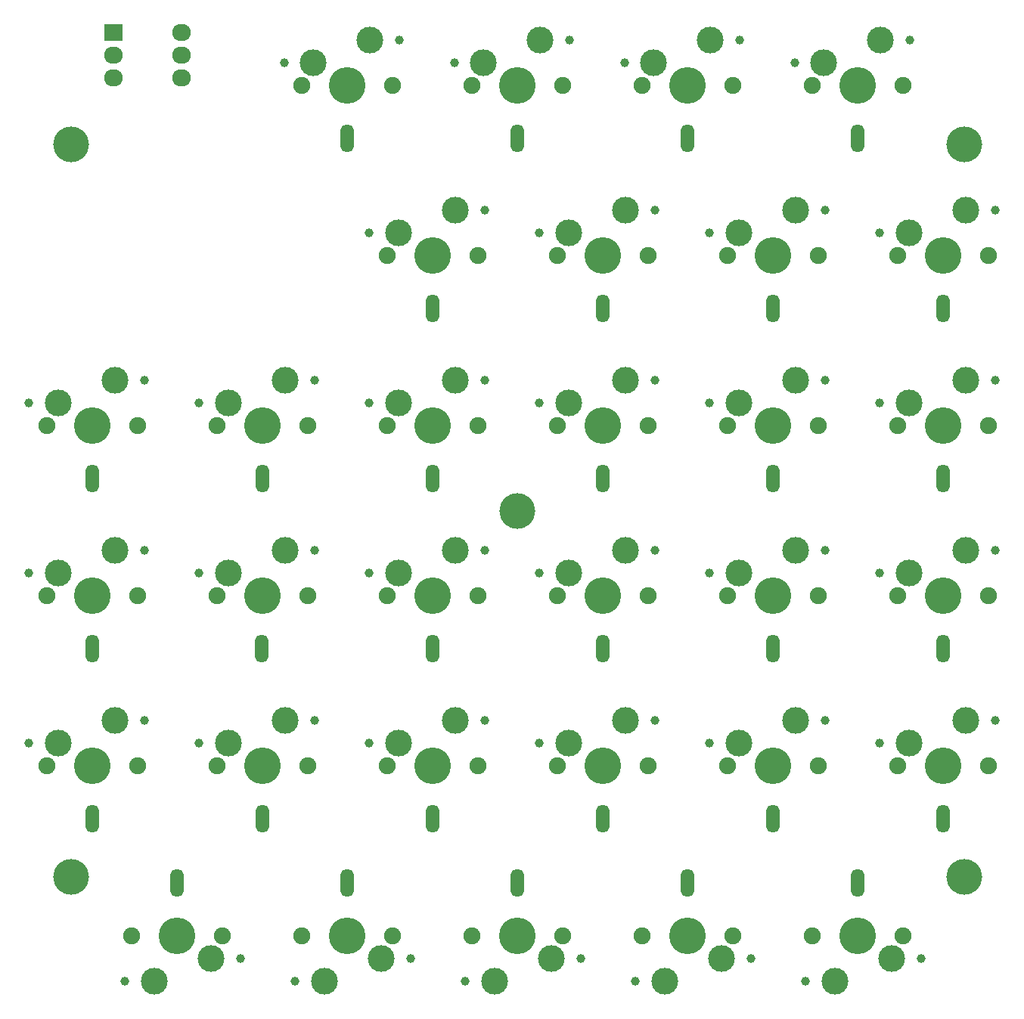
<source format=gbr>
%TF.GenerationSoftware,KiCad,Pcbnew,(5.1.9)-1*%
%TF.CreationDate,2021-05-29T17:03:01+09:00*%
%TF.ProjectId,yuiop31rs-r2,7975696f-7033-4317-9273-2d72322e6b69,1*%
%TF.SameCoordinates,Original*%
%TF.FileFunction,Soldermask,Top*%
%TF.FilePolarity,Negative*%
%FSLAX46Y46*%
G04 Gerber Fmt 4.6, Leading zero omitted, Abs format (unit mm)*
G04 Created by KiCad (PCBNEW (5.1.9)-1) date 2021-05-29 17:03:01*
%MOMM*%
%LPD*%
G01*
G04 APERTURE LIST*
%ADD10O,1.500000X3.150000*%
%ADD11C,1.000000*%
%ADD12C,3.000000*%
%ADD13C,4.100000*%
%ADD14C,1.900000*%
%ADD15C,4.000000*%
%ADD16O,2.100000X1.900000*%
%ADD17R,2.100000X1.900000*%
G04 APERTURE END LIST*
D10*
%TO.C,LED9*%
X102375000Y-96428100D03*
%TD*%
%TO.C,LED31*%
X111900000Y-141672000D03*
%TD*%
%TO.C,LED30*%
X130950000Y-141672000D03*
%TD*%
%TO.C,LED29*%
X150000000Y-141672000D03*
%TD*%
%TO.C,LED28*%
X169050000Y-141672000D03*
%TD*%
%TO.C,LED27*%
X188100000Y-141672000D03*
%TD*%
%TO.C,LED26*%
X197625000Y-134528000D03*
%TD*%
%TO.C,LED25*%
X178575000Y-134528000D03*
%TD*%
%TO.C,LED24*%
X159525000Y-134528000D03*
%TD*%
%TO.C,LED23*%
X140475000Y-134528000D03*
%TD*%
%TO.C,LED22*%
X121425000Y-134528000D03*
%TD*%
%TO.C,LED21*%
X102375000Y-134528000D03*
%TD*%
%TO.C,LED20*%
X102375000Y-115478000D03*
%TD*%
%TO.C,LED19*%
X121369000Y-115478000D03*
%TD*%
%TO.C,LED18*%
X140475000Y-115478000D03*
%TD*%
%TO.C,LED17*%
X159525000Y-115478000D03*
%TD*%
%TO.C,LED16*%
X178575000Y-115478000D03*
%TD*%
%TO.C,LED15*%
X197625000Y-115478000D03*
%TD*%
%TO.C,LED14*%
X197625000Y-96428100D03*
%TD*%
%TO.C,LED13*%
X178575000Y-96428100D03*
%TD*%
%TO.C,LED12*%
X159525000Y-96428100D03*
%TD*%
%TO.C,LED11*%
X140475000Y-96428100D03*
%TD*%
%TO.C,LED10*%
X121425000Y-96428100D03*
%TD*%
%TO.C,LED8*%
X140475000Y-77378000D03*
%TD*%
%TO.C,LED7*%
X159525000Y-77378000D03*
%TD*%
%TO.C,LED6*%
X178575000Y-77378000D03*
%TD*%
%TO.C,LED5*%
X197625000Y-77378000D03*
%TD*%
%TO.C,LED4*%
X188100000Y-58327900D03*
%TD*%
%TO.C,LED3*%
X169050000Y-58327900D03*
%TD*%
%TO.C,LED2*%
X150000000Y-58327900D03*
%TD*%
%TO.C,LED1*%
X130950000Y-58327900D03*
%TD*%
D11*
%TO.C,SW31*%
X182258000Y-152705000D03*
X195185000Y-150165000D03*
D12*
X191910000Y-150165000D03*
X185560000Y-152705000D03*
D13*
X188100000Y-147625000D03*
D14*
X183020000Y-147625000D03*
X193180000Y-147625000D03*
%TD*%
D11*
%TO.C,SW30*%
X163208000Y-152705000D03*
X176135000Y-150165000D03*
D12*
X172860000Y-150165000D03*
X166510000Y-152705000D03*
D13*
X169050000Y-147625000D03*
D14*
X163970000Y-147625000D03*
X174130000Y-147625000D03*
%TD*%
D11*
%TO.C,SW29*%
X144158000Y-152705000D03*
X157085000Y-150165000D03*
D12*
X153810000Y-150165000D03*
X147460000Y-152705000D03*
D13*
X150000000Y-147625000D03*
D14*
X144920000Y-147625000D03*
X155080000Y-147625000D03*
%TD*%
D11*
%TO.C,SW28*%
X125108000Y-152705000D03*
X138035000Y-150165000D03*
D12*
X134760000Y-150165000D03*
X128410000Y-152705000D03*
D13*
X130950000Y-147625000D03*
D14*
X125870000Y-147625000D03*
X136030000Y-147625000D03*
%TD*%
D11*
%TO.C,SW27*%
X106058000Y-152705000D03*
X118985000Y-150165000D03*
D12*
X115710000Y-150165000D03*
X109360000Y-152705000D03*
D13*
X111900000Y-147625000D03*
D14*
X106820000Y-147625000D03*
X116980000Y-147625000D03*
%TD*%
D11*
%TO.C,SW26*%
X203467000Y-123495000D03*
X190540000Y-126035000D03*
D12*
X193815000Y-126035000D03*
X200165000Y-123495000D03*
D13*
X197625000Y-128575000D03*
D14*
X202705000Y-128575000D03*
X192545000Y-128575000D03*
%TD*%
D11*
%TO.C,SW25*%
X184417000Y-123495000D03*
X171490000Y-126035000D03*
D12*
X174765000Y-126035000D03*
X181115000Y-123495000D03*
D13*
X178575000Y-128575000D03*
D14*
X183655000Y-128575000D03*
X173495000Y-128575000D03*
%TD*%
D11*
%TO.C,SW24*%
X165367000Y-123495000D03*
X152440000Y-126035000D03*
D12*
X155715000Y-126035000D03*
X162065000Y-123495000D03*
D13*
X159525000Y-128575000D03*
D14*
X164605000Y-128575000D03*
X154445000Y-128575000D03*
%TD*%
D11*
%TO.C,SW23*%
X146317000Y-123495000D03*
X133390000Y-126035000D03*
D12*
X136665000Y-126035000D03*
X143015000Y-123495000D03*
D13*
X140475000Y-128575000D03*
D14*
X145555000Y-128575000D03*
X135395000Y-128575000D03*
%TD*%
D11*
%TO.C,SW22*%
X127267000Y-123495000D03*
X114340000Y-126035000D03*
D12*
X117615000Y-126035000D03*
X123965000Y-123495000D03*
D13*
X121425000Y-128575000D03*
D14*
X126505000Y-128575000D03*
X116345000Y-128575000D03*
%TD*%
D11*
%TO.C,SW21*%
X108217000Y-123495000D03*
X95290000Y-126035000D03*
D12*
X98565000Y-126035000D03*
X104915000Y-123495000D03*
D13*
X102375000Y-128575000D03*
D14*
X107455000Y-128575000D03*
X97295000Y-128575000D03*
%TD*%
D11*
%TO.C,SW20*%
X203467000Y-104445000D03*
X190540000Y-106985000D03*
D12*
X193815000Y-106985000D03*
X200165000Y-104445000D03*
D13*
X197625000Y-109525000D03*
D14*
X202705000Y-109525000D03*
X192545000Y-109525000D03*
%TD*%
D11*
%TO.C,SW19*%
X184417000Y-104445000D03*
X171490000Y-106985000D03*
D12*
X174765000Y-106985000D03*
X181115000Y-104445000D03*
D13*
X178575000Y-109525000D03*
D14*
X183655000Y-109525000D03*
X173495000Y-109525000D03*
%TD*%
D11*
%TO.C,SW18*%
X165367000Y-104445000D03*
X152440000Y-106985000D03*
D12*
X155715000Y-106985000D03*
X162065000Y-104445000D03*
D13*
X159525000Y-109525000D03*
D14*
X164605000Y-109525000D03*
X154445000Y-109525000D03*
%TD*%
D11*
%TO.C,SW17*%
X146317000Y-104445000D03*
X133390000Y-106985000D03*
D12*
X136665000Y-106985000D03*
X143015000Y-104445000D03*
D13*
X140475000Y-109525000D03*
D14*
X145555000Y-109525000D03*
X135395000Y-109525000D03*
%TD*%
D11*
%TO.C,SW16*%
X127267000Y-104445000D03*
X114340000Y-106985000D03*
D12*
X117615000Y-106985000D03*
X123965000Y-104445000D03*
D13*
X121425000Y-109525000D03*
D14*
X126505000Y-109525000D03*
X116345000Y-109525000D03*
%TD*%
D11*
%TO.C,SW15*%
X108217000Y-104445000D03*
X95290000Y-106985000D03*
D12*
X98565000Y-106985000D03*
X104915000Y-104445000D03*
D13*
X102375000Y-109525000D03*
D14*
X107455000Y-109525000D03*
X97295000Y-109525000D03*
%TD*%
D11*
%TO.C,SW14*%
X203467000Y-85395000D03*
X190540000Y-87935000D03*
D12*
X193815000Y-87935000D03*
X200165000Y-85395000D03*
D13*
X197625000Y-90475000D03*
D14*
X202705000Y-90475000D03*
X192545000Y-90475000D03*
%TD*%
D11*
%TO.C,SW13*%
X184417000Y-85395000D03*
X171490000Y-87935000D03*
D12*
X174765000Y-87935000D03*
X181115000Y-85395000D03*
D13*
X178575000Y-90475000D03*
D14*
X183655000Y-90475000D03*
X173495000Y-90475000D03*
%TD*%
D11*
%TO.C,SW12*%
X165367000Y-85395000D03*
X152440000Y-87935000D03*
D12*
X155715000Y-87935000D03*
X162065000Y-85395000D03*
D13*
X159525000Y-90475000D03*
D14*
X164605000Y-90475000D03*
X154445000Y-90475000D03*
%TD*%
D11*
%TO.C,SW11*%
X146317000Y-85395000D03*
X133390000Y-87935000D03*
D12*
X136665000Y-87935000D03*
X143015000Y-85395000D03*
D13*
X140475000Y-90475000D03*
D14*
X145555000Y-90475000D03*
X135395000Y-90475000D03*
%TD*%
D11*
%TO.C,SW10*%
X127267000Y-85395000D03*
X114340000Y-87935000D03*
D12*
X117615000Y-87935000D03*
X123965000Y-85395000D03*
D13*
X121425000Y-90475000D03*
D14*
X126505000Y-90475000D03*
X116345000Y-90475000D03*
%TD*%
D11*
%TO.C,SW9*%
X108217000Y-85395000D03*
X95290000Y-87935000D03*
D12*
X98565000Y-87935000D03*
X104915000Y-85395000D03*
D13*
X102375000Y-90475000D03*
D14*
X107455000Y-90475000D03*
X97295000Y-90475000D03*
%TD*%
D11*
%TO.C,SW8*%
X203467000Y-66344900D03*
X190540000Y-68884900D03*
D12*
X193815000Y-68884900D03*
X200165000Y-66344900D03*
D13*
X197625000Y-71424900D03*
D14*
X202705000Y-71424900D03*
X192545000Y-71424900D03*
%TD*%
D11*
%TO.C,SW7*%
X184417000Y-66344900D03*
X171490000Y-68884900D03*
D12*
X174765000Y-68884900D03*
X181115000Y-66344900D03*
D13*
X178575000Y-71424900D03*
D14*
X183655000Y-71424900D03*
X173495000Y-71424900D03*
%TD*%
D11*
%TO.C,SW6*%
X165367000Y-66344900D03*
X152440000Y-68884900D03*
D12*
X155715000Y-68884900D03*
X162065000Y-66344900D03*
D13*
X159525000Y-71424900D03*
D14*
X164605000Y-71424900D03*
X154445000Y-71424900D03*
%TD*%
D11*
%TO.C,SW5*%
X146317000Y-66344900D03*
X133390000Y-68884900D03*
D12*
X136665000Y-68884900D03*
X143015000Y-66344900D03*
D13*
X140475000Y-71424900D03*
D14*
X145555000Y-71424900D03*
X135395000Y-71424900D03*
%TD*%
D11*
%TO.C,SW4*%
X193942000Y-47294800D03*
X181015000Y-49834800D03*
D12*
X184290000Y-49834800D03*
X190640000Y-47294800D03*
D13*
X188100000Y-52374800D03*
D14*
X193180000Y-52374800D03*
X183020000Y-52374800D03*
%TD*%
D11*
%TO.C,SW3*%
X174892000Y-47294800D03*
X161965000Y-49834800D03*
D12*
X165240000Y-49834800D03*
X171590000Y-47294800D03*
D13*
X169050000Y-52374800D03*
D14*
X174130000Y-52374800D03*
X163970000Y-52374800D03*
%TD*%
D11*
%TO.C,SW2*%
X155842000Y-47294800D03*
X142915000Y-49834800D03*
D12*
X146190000Y-49834800D03*
X152540000Y-47294800D03*
D13*
X150000000Y-52374800D03*
D14*
X155080000Y-52374800D03*
X144920000Y-52374800D03*
%TD*%
D11*
%TO.C,SW1*%
X136792000Y-47294800D03*
X123865000Y-49834800D03*
D12*
X127140000Y-49834800D03*
X133490000Y-47294800D03*
D13*
X130950000Y-52374800D03*
D14*
X136030000Y-52374800D03*
X125870000Y-52374800D03*
%TD*%
D15*
%TO.C,HOLE5*%
X150000000Y-100000000D03*
%TD*%
%TO.C,HOLE4*%
X200000000Y-141000000D03*
%TD*%
%TO.C,HOLE3*%
X100000000Y-141000000D03*
%TD*%
%TO.C,HOLE2*%
X200000000Y-59000000D03*
%TD*%
%TO.C,HOLE1*%
X100000000Y-59000000D03*
%TD*%
D16*
%TO.C,ROT_SW1*%
X112376000Y-51501700D03*
X104756000Y-51501700D03*
X112376000Y-48961700D03*
X104756000Y-48961700D03*
X112376000Y-46421700D03*
D17*
X104756000Y-46421700D03*
%TD*%
M02*

</source>
